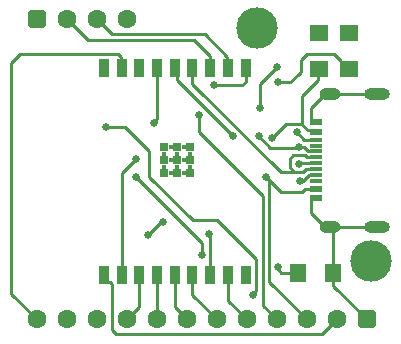
<source format=gtl>
G04*
G04 #@! TF.GenerationSoftware,Altium Limited,Altium Designer,24.8.2 (39)*
G04*
G04 Layer_Physical_Order=1*
G04 Layer_Color=255*
%FSLAX25Y25*%
%MOIN*%
G70*
G04*
G04 #@! TF.SameCoordinates,DAEAB18A-5E43-4365-A400-F89FC780B00D*
G04*
G04*
G04 #@! TF.FilePolarity,Positive*
G04*
G01*
G75*
%ADD15R,0.03543X0.05906*%
%ADD16R,0.02756X0.02756*%
%ADD17R,0.06299X0.05512*%
%ADD18R,0.04331X0.02362*%
%ADD19R,0.04331X0.01181*%
%ADD20R,0.05512X0.06299*%
%ADD32C,0.01000*%
%ADD33C,0.01575*%
%ADD34C,0.13780*%
%ADD35C,0.06299*%
G04:AMPARAMS|DCode=36|XSize=62.99mil|YSize=62.99mil|CornerRadius=15.75mil|HoleSize=0mil|Usage=FLASHONLY|Rotation=180.000|XOffset=0mil|YOffset=0mil|HoleType=Round|Shape=RoundedRectangle|*
%AMROUNDEDRECTD36*
21,1,0.06299,0.03150,0,0,180.0*
21,1,0.03150,0.06299,0,0,180.0*
1,1,0.03150,-0.01575,0.01575*
1,1,0.03150,0.01575,0.01575*
1,1,0.03150,0.01575,-0.01575*
1,1,0.03150,-0.01575,-0.01575*
%
%ADD36ROUNDEDRECTD36*%
%ADD37O,0.08661X0.03937*%
%ADD38O,0.07087X0.03937*%
%ADD39C,0.02500*%
D15*
X432425Y220272D02*
D03*
X438331D02*
D03*
X444236D02*
D03*
X450142D02*
D03*
X456047D02*
D03*
X461953D02*
D03*
X467858D02*
D03*
X473764D02*
D03*
X479669D02*
D03*
Y289169D02*
D03*
X473764D02*
D03*
X467858D02*
D03*
X461953D02*
D03*
X456047D02*
D03*
X450142D02*
D03*
X444236D02*
D03*
X438331D02*
D03*
X432425D02*
D03*
D16*
X456835Y258500D02*
D03*
Y262831D02*
D03*
Y254169D02*
D03*
X452504D02*
D03*
Y258500D02*
D03*
Y262831D02*
D03*
X461165D02*
D03*
Y258500D02*
D03*
Y254169D02*
D03*
D17*
X514000Y300905D02*
D03*
Y289094D02*
D03*
X504000Y300905D02*
D03*
Y289094D02*
D03*
D18*
X503224Y245902D02*
D03*
Y249051D02*
D03*
Y267949D02*
D03*
Y271098D02*
D03*
D19*
Y251610D02*
D03*
Y253579D02*
D03*
Y255547D02*
D03*
Y257516D02*
D03*
Y259484D02*
D03*
Y261453D02*
D03*
Y263421D02*
D03*
Y265390D02*
D03*
D20*
X508906Y221000D02*
D03*
X497094D02*
D03*
D32*
X501500Y241000D02*
Y244220D01*
X502240Y245902D02*
X503224D01*
X501500Y244220D02*
X501559Y244280D01*
Y245220D02*
X502240Y245902D01*
X501559Y244280D02*
Y245220D01*
X501500Y241000D02*
X506126Y236374D01*
X501559Y271779D02*
X502240Y271098D01*
X501500Y272365D02*
X501559Y272306D01*
Y271779D02*
Y272306D01*
X501500Y272365D02*
Y276000D01*
X506126Y280626D01*
X502240Y271098D02*
X503224D01*
X506126Y280626D02*
X523500D01*
X499257Y265390D02*
X503224D01*
X496707Y267940D02*
X499257Y265390D01*
X497180Y262680D02*
X497334Y262834D01*
X487820Y262680D02*
X497180D01*
X499195Y262805D02*
X500457Y261543D01*
X497363Y262805D02*
X499195D01*
X497334Y262834D02*
X497363Y262805D01*
X484000Y266500D02*
X487820Y262680D01*
X499370Y260130D02*
X500016Y259484D01*
X495630Y260130D02*
X499370D01*
X494500Y259000D02*
X495630Y260130D01*
X497599Y257500D02*
X503209D01*
X497449Y257350D02*
X497599Y257500D01*
X503209D02*
X503224Y257516D01*
X484500Y276000D02*
Y284000D01*
X490000Y289500D01*
X499551Y249051D02*
X503224D01*
X498500Y248000D02*
X499551Y249051D01*
X491500Y248000D02*
X498500D01*
X487500Y218000D02*
Y252000D01*
X491500Y248000D01*
X497938Y251692D02*
X498912D01*
X500709Y253488D02*
X503134D01*
X498912Y251692D02*
X500709Y253488D01*
X499674Y255457D02*
X503134D01*
X496000Y254500D02*
X498717D01*
X499674Y255457D01*
X503134Y253488D02*
X503224Y253579D01*
X401500Y214000D02*
X410000Y205500D01*
X401500Y291000D02*
X404500Y294000D01*
X401500Y214000D02*
Y291000D01*
X438000Y289500D02*
Y293000D01*
Y289500D02*
X438331Y289169D01*
X404500Y294000D02*
X437000D01*
X438000Y293000D01*
X449000Y271000D02*
Y271194D01*
X450142Y272336D02*
Y289169D01*
X449000Y271194D02*
X450142Y272336D01*
X465000Y227000D02*
Y231000D01*
X443000Y253000D02*
X465000Y231000D01*
X420000Y305500D02*
X427000Y298500D01*
X462500D02*
X467858Y293142D01*
X427000Y298500D02*
X462500D01*
X466000Y300500D02*
X473464Y293036D01*
X430000Y305500D02*
X435000Y300500D01*
X466000D01*
X436500Y200500D02*
X505000D01*
X510000Y205500D01*
X435000Y202000D02*
Y217233D01*
Y202000D02*
X436500Y200500D01*
X433697Y217819D02*
X434414D01*
X435000Y217233D01*
X432425Y219091D02*
Y220272D01*
Y219091D02*
X433697Y217819D01*
X506126Y236374D02*
X507752D01*
X500329Y268522D02*
X502652D01*
X503224Y267949D01*
X498500Y270351D02*
Y270500D01*
Y270351D02*
X500329Y268522D01*
X493000Y270500D02*
X498500D01*
Y280000D01*
X488500Y266000D02*
X493000Y270500D01*
X482000Y213500D02*
Y213836D01*
X483000Y214836D01*
Y225500D01*
X464000Y268000D02*
X485500Y246500D01*
Y210000D02*
Y246500D01*
Y210000D02*
X490000Y205500D01*
X491561Y221000D02*
X497094D01*
X490787Y221774D02*
X491561Y221000D01*
X486500Y253000D02*
X487500Y252000D01*
Y218000D02*
X500000Y205500D01*
X470000Y238500D02*
X483000Y225500D01*
X464000Y268000D02*
Y273500D01*
X462000Y238500D02*
X470000D01*
X447500Y253000D02*
X462000Y238500D01*
X447500Y253000D02*
Y261500D01*
X439405Y269595D02*
X447500Y261500D01*
X433000Y269595D02*
X439405D01*
X438331Y254213D02*
X443000Y258882D01*
X438331Y220272D02*
Y254213D01*
X469217Y283500D02*
X478500D01*
X479669Y284669D01*
Y289169D01*
X473464Y289469D02*
X473764Y289169D01*
X473464Y289469D02*
Y293036D01*
X467858Y289169D02*
Y293142D01*
X497000Y287000D02*
Y287000D01*
X498000Y288000D02*
Y292000D01*
X497000Y287000D02*
X498000Y288000D01*
X494500Y284500D02*
X497000Y287000D01*
X490500Y284500D02*
X494500D01*
X498000Y292000D02*
X500000Y294000D01*
X509094D01*
X511350Y291350D02*
X513606Y289094D01*
X511350Y291350D02*
Y291744D01*
X509094Y294000D02*
X511350Y291744D01*
X513606Y289094D02*
X514000D01*
X447000Y233500D02*
X451213Y237713D01*
X451713D01*
X452000Y238000D01*
X467858Y220272D02*
Y233236D01*
X467500Y233594D02*
Y234000D01*
Y233594D02*
X467858Y233236D01*
X473764Y211736D02*
Y220272D01*
Y211736D02*
X480000Y205500D01*
X461953Y213547D02*
Y220272D01*
Y213547D02*
X470000Y205500D01*
X456047Y209453D02*
X460000Y205500D01*
X456047Y209453D02*
Y220272D01*
X450000Y205500D02*
Y220130D01*
X450142Y220272D01*
X440000Y205500D02*
X444236Y209736D01*
Y220272D01*
X503924Y285424D02*
Y289019D01*
X498500Y280000D02*
X503924Y285424D01*
Y289019D02*
X504000Y289094D01*
X508906Y216595D02*
X520000Y205500D01*
X508906Y216595D02*
Y221000D01*
X507752Y236374D02*
X508906Y235221D01*
Y221000D02*
Y235221D01*
X507752Y236374D02*
X523500D01*
X494500Y256000D02*
Y259000D01*
Y256000D02*
X496000Y254500D01*
X491500D02*
X496000D01*
X500016Y259484D02*
X503224D01*
X500457Y261543D02*
X503134D01*
X503224Y261453D01*
X503134Y255457D02*
X503224Y255547D01*
X461953Y284047D02*
X491500Y254500D01*
X456047Y289169D02*
X456698Y288519D01*
Y285302D02*
Y288519D01*
Y285302D02*
X475500Y266500D01*
X461953Y284047D02*
Y289169D01*
D33*
X452504Y260665D02*
D03*
X454669Y262831D02*
D03*
X459000D02*
D03*
X452504Y256335D02*
D03*
X456835Y260665D02*
D03*
X454669Y258500D02*
D03*
Y254169D02*
D03*
X456835Y256335D02*
D03*
X461165Y260665D02*
D03*
Y256335D02*
D03*
X459000Y258500D02*
D03*
Y254169D02*
D03*
D34*
X483500Y302500D02*
D03*
X521500Y225000D02*
D03*
D35*
X410000Y205500D02*
D03*
X420000D02*
D03*
X430000D02*
D03*
X450000D02*
D03*
X460000D02*
D03*
X480000D02*
D03*
X500000D02*
D03*
X510000D02*
D03*
X490000D02*
D03*
X470000D02*
D03*
X440000D02*
D03*
X420000Y305500D02*
D03*
X430000D02*
D03*
X440000D02*
D03*
D36*
X520000Y205500D02*
D03*
X410000Y305500D02*
D03*
D37*
X523500Y236374D02*
D03*
Y280626D02*
D03*
D38*
X507752D02*
D03*
Y236374D02*
D03*
D39*
X496707Y267940D02*
D03*
X497334Y262834D02*
D03*
X497449Y257350D02*
D03*
X444250Y288750D02*
D03*
X443000Y253000D02*
D03*
X465000Y227000D02*
D03*
X449000Y271000D02*
D03*
X479669Y220272D02*
D03*
X486500Y253000D02*
D03*
X467500Y234000D02*
D03*
X432425Y220272D02*
D03*
Y289169D02*
D03*
X469217Y283500D02*
D03*
X484500Y276000D02*
D03*
X464000Y273500D02*
D03*
X452000Y238000D02*
D03*
X490500Y284500D02*
D03*
X447000Y233500D02*
D03*
X497938Y251692D02*
D03*
X482000Y213500D02*
D03*
X438331Y220272D02*
D03*
X490500Y223000D02*
D03*
X443000Y258882D02*
D03*
X433000Y269595D02*
D03*
X514500Y300500D02*
D03*
X504000Y301000D02*
D03*
X490000Y289618D02*
D03*
X475500Y266500D02*
D03*
X488500Y266000D02*
D03*
X484000Y266500D02*
D03*
M02*

</source>
